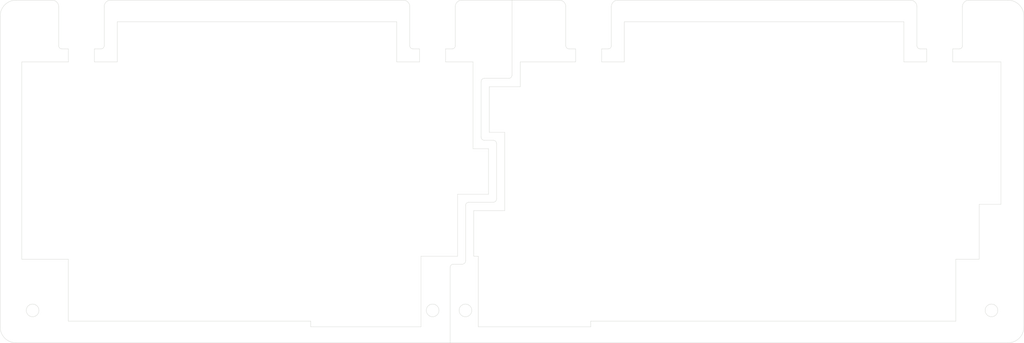
<source format=kicad_pcb>
(kicad_pcb (version 20171130) (host pcbnew "(5.1.4)-1")
  (layers (0 F.Cu signal hide) (31 B.Cu signal hide) (34 B.Paste user hide) (35 F.Paste user hide) (36 B.SilkS user) (37 F.SilkS user hide) (38 B.Mask user hide) (39 F.Mask user hide) (44 Edge.Cuts user hide))
  (net 0 "")
  (gr_arc (start 295 14) (end 296 14) (angle 90) (layer Edge.Cuts) (width 0.1))
  (gr_arc (start 283 14) (end 283 15) (angle 90) (layer Edge.Cuts) (width 0.1))
  (gr_arc (start 187 14) (end 188 14) (angle 90) (layer Edge.Cuts) (width 0.1))
  (gr_arc (start 175 14) (end 175 15) (angle 90) (layer Edge.Cuts) (width 0.1))
  (gr_arc (start 139 14) (end 140 14) (angle 90) (layer Edge.Cuts) (width 0.1))
  (gr_arc (start 127 14) (end 127 15) (angle 90) (layer Edge.Cuts) (width 0.1))
  (gr_arc (start 31 14) (end 32 14) (angle 90) (layer Edge.Cuts) (width 0.1))
  (gr_arc (start 19 14) (end 19 15) (angle 90) (layer Edge.Cuts) (width 0.1))
  (gr_line (start 185 19) (end 192 19) (layer Edge.Cuts) (width 0.1))
  (gr_line (start 295 15) (end 293 15) (layer Edge.Cuts) (width 0.1))
  (gr_line (start 185 15) (end 185 19) (layer Edge.Cuts) (width 0.1))
  (gr_line (start 177 15) (end 177 19) (layer Edge.Cuts) (width 0.1))
  (gr_line (start 188 14) (end 188 2) (layer Edge.Cuts) (width 0.1))
  (gr_arc (start 190 2) (end 190 0) (angle -90) (layer Edge.Cuts) (width 0.1))
  (gr_line (start 174 2) (end 174 14) (layer Edge.Cuts) (width 0.1))
  (gr_line (start 185 15) (end 187 15) (layer Edge.Cuts) (width 0.1))
  (gr_line (start 278 19) (end 285 19) (layer Edge.Cuts) (width 0.1))
  (gr_arc (start 172 2) (end 172 0) (angle 90) (layer Edge.Cuts) (width 0.1))
  (gr_line (start 159.97462 19) (end 177 19) (layer Edge.Cuts) (width 0.1))
  (gr_line (start 175 15) (end 177 15) (layer Edge.Cuts) (width 0.1))
  (gr_line (start 192 19) (end 192 6.67462) (layer Edge.Cuts) (width 0.1))
  (gr_line (start 157.45334 0) (end 172 0) (layer Edge.Cuts) (width 0.1))
  (gr_arc (start 298 2) (end 298 0) (angle -90) (layer Edge.Cuts) (width 0.1))
  (gr_line (start 293 19) (end 307.85106 19) (layer Edge.Cuts) (width 0.1))
  (gr_line (start 296 14) (end 296 2) (layer Edge.Cuts) (width 0.1))
  (gr_line (start 278 6.67462) (end 278 19) (layer Edge.Cuts) (width 0.1))
  (gr_line (start 192 6.67462) (end 278 6.67462) (layer Edge.Cuts) (width 0.1))
  (gr_line (start 285 15) (end 285 19) (layer Edge.Cuts) (width 0.1))
  (gr_line (start 293 15) (end 293 19) (layer Edge.Cuts) (width 0.1))
  (gr_line (start 282 2) (end 282 14) (layer Edge.Cuts) (width 0.1))
  (gr_arc (start 280 2) (end 280 0) (angle 90) (layer Edge.Cuts) (width 0.1))
  (gr_line (start 283 15) (end 285 15) (layer Edge.Cuts) (width 0.1))
  (gr_line (start 190 0) (end 280 0) (layer Edge.Cuts) (width 0.1))
  (gr_line (start 314.9024 100.49986) (end 314.9024 4.9) (layer Edge.Cuts) (width 0.1))
  (gr_curve (pts (xy 306.883161 95.433925) (xy 306.883161 96.51088) (xy 306.010116 97.383925) (xy 304.93316 97.383925)) (layer Edge.Cuts) (width 0.1))
  (gr_line (start 150.44962 40.6727) (end 150.44962 26.62462) (layer Edge.Cuts) (width 0.1))
  (gr_line (start 155.21212 64.72462) (end 155.21212 40.6727) (layer Edge.Cuts) (width 0.1))
  (gr_line (start 298 0) (end 310.0024 0) (layer Edge.Cuts) (width 0.1))
  (gr_line (start 145.68712 64.72462) (end 155.21212 64.72462) (layer Edge.Cuts) (width 0.1))
  (gr_line (start 301.13022 79.6727) (end 293.98774 79.6727) (layer Edge.Cuts) (width 0.1))
  (gr_curve (pts (xy 142.148384 93.745174) (xy 142.751716 93.39684) (xy 143.495053 93.39684) (xy 144.098385 93.745174)) (layer Edge.Cuts) (width 0.1))
  (gr_line (start 301.13022 62.82) (end 301.13022 79.6727) (layer Edge.Cuts) (width 0.1))
  (gr_line (start 159.97462 26.62462) (end 159.97462 19) (layer Edge.Cuts) (width 0.1))
  (gr_curve (pts (xy 141.173383 95.433925) (xy 141.173383 94.737256) (xy 141.545052 94.093508) (xy 142.148384 93.745174)) (layer Edge.Cuts) (width 0.1))
  (gr_line (start 145.68712 78.7727) (end 147.09382 78.7727) (layer Edge.Cuts) (width 0.1))
  (gr_line (start 145.68712 64.72462) (end 145.68712 78.7727) (layer Edge.Cuts) (width 0.1))
  (gr_line (start 150.44962 26.62462) (end 159.97462 26.62462) (layer Edge.Cuts) (width 0.1))
  (gr_arc (start 310.0024 4.9) (end 310.0024 0) (angle 90) (layer Edge.Cuts) (width 0.1))
  (gr_curve (pts (xy 144.098385 97.122675) (xy 143.495053 97.471009) (xy 142.751716 97.471009) (xy 142.148384 97.122675)) (layer Edge.Cuts) (width 0.1))
  (gr_line (start 138.40334 105.39986) (end 310.0024 105.39986) (layer Edge.Cuts) (width 0.1))
  (gr_line (start 147.09382 78.7727) (end 147.09382 100.49986) (layer Edge.Cuts) (width 0.1))
  (gr_curve (pts (xy 145.073386 95.433925) (xy 145.073386 96.130593) (xy 144.701718 96.774341) (xy 144.098385 97.122675)) (layer Edge.Cuts) (width 0.1))
  (gr_curve (pts (xy 144.098385 93.745174) (xy 144.701718 94.093508) (xy 145.073386 94.737256) (xy 145.073386 95.433925)) (layer Edge.Cuts) (width 0.1))
  (gr_curve (pts (xy 142.148384 97.122675) (xy 141.545052 96.774341) (xy 141.173383 96.130593) (xy 141.173383 95.433925)) (layer Edge.Cuts) (width 0.1))
  (gr_curve (pts (xy 305.908161 93.745174) (xy 306.511493 94.093508) (xy 306.883161 94.737256) (xy 306.883161 95.433925)) (layer Edge.Cuts) (width 0.1))
  (gr_curve (pts (xy 304.93316 97.383925) (xy 303.856204 97.383925) (xy 302.983159 96.51088) (xy 302.983159 95.433925)) (layer Edge.Cuts) (width 0.1))
  (gr_line (start 147.09382 100.49986) (end 181.641 100.49986) (layer Edge.Cuts) (width 0.1))
  (gr_line (start 181.641 98.7227) (end 181.641 100.49986) (layer Edge.Cuts) (width 0.1))
  (gr_line (start 181.641 98.7227) (end 293.98774 98.7227) (layer Edge.Cuts) (width 0.1))
  (gr_line (start 293.98774 79.6727) (end 293.98774 98.7227) (layer Edge.Cuts) (width 0.1))
  (gr_line (start 155.21212 40.6727) (end 150.44962 40.6727) (layer Edge.Cuts) (width 0.1))
  (gr_line (start 307.85106 19) (end 307.85106 62.82) (layer Edge.Cuts) (width 0.1))
  (gr_curve (pts (xy 303.958159 93.745174) (xy 304.561492 93.39684) (xy 305.304828 93.39684) (xy 305.908161 93.745174)) (layer Edge.Cuts) (width 0.1))
  (gr_arc (start 310.0024 100.49986) (end 314.9024 100.49986) (angle 90) (layer Edge.Cuts) (width 0.1))
  (gr_line (start 307.85106 62.82) (end 301.13022 62.82) (layer Edge.Cuts) (width 0.1))
  (gr_curve (pts (xy 302.983159 95.433925) (xy 302.983159 94.737256) (xy 303.354827 94.093508) (xy 303.958159 93.745174)) (layer Edge.Cuts) (width 0.1))
  (gr_line (start 16 0) (end 4.9 0) (layer Edge.Cuts) (width 0.1))
  (gr_line (start 124 0) (end 34 0) (layer Edge.Cuts) (width 0.1))
  (gr_line (start 29 15) (end 29 19) (layer Edge.Cuts) (width 0.1))
  (gr_arc (start 34 2) (end 34 0) (angle -90) (layer Edge.Cuts) (width 0.1))
  (gr_line (start 36 19) (end 29 19) (layer Edge.Cuts) (width 0.1))
  (gr_line (start 19 15) (end 21 15) (layer Edge.Cuts) (width 0.1))
  (gr_arc (start 16 2) (end 16 0) (angle 90) (layer Edge.Cuts) (width 0.1))
  (gr_line (start 29 15) (end 31 15) (layer Edge.Cuts) (width 0.1))
  (gr_line (start 21 15) (end 21 19) (layer Edge.Cuts) (width 0.1))
  (gr_line (start 18 2) (end 18 14) (layer Edge.Cuts) (width 0.1))
  (gr_line (start 6.67462 19) (end 21 19) (layer Edge.Cuts) (width 0.1))
  (gr_line (start 32 14) (end 32 2) (layer Edge.Cuts) (width 0.1))
  (gr_arc (start 124 2) (end 124 0) (angle 90) (layer Edge.Cuts) (width 0.1))
  (gr_line (start 126 2) (end 126 14) (layer Edge.Cuts) (width 0.1))
  (gr_line (start 36 6.67462) (end 122 6.67462) (layer Edge.Cuts) (width 0.1))
  (gr_line (start 36 19) (end 36 6.67462) (layer Edge.Cuts) (width 0.1))
  (gr_line (start 137 15) (end 139 15) (layer Edge.Cuts) (width 0.1))
  (gr_line (start 137 15) (end 137 19) (layer Edge.Cuts) (width 0.1))
  (gr_line (start 129 15) (end 129 19) (layer Edge.Cuts) (width 0.1))
  (gr_line (start 137 19) (end 145.45024 19) (layer Edge.Cuts) (width 0.1))
  (gr_line (start 127 15) (end 129 15) (layer Edge.Cuts) (width 0.1))
  (gr_line (start 122 19) (end 129 19) (layer Edge.Cuts) (width 0.1))
  (gr_line (start 122 6.67462) (end 122 19) (layer Edge.Cuts) (width 0.1))
  (gr_arc (start 142 2) (end 142 0) (angle -90) (layer Edge.Cuts) (width 0.1))
  (gr_line (start 140 14) (end 140 2) (layer Edge.Cuts) (width 0.1))
  (gr_arc (start 148.92834 42.10178) (end 148.92834 43.10178) (angle 90) (layer Edge.Cuts) (width 0.1))
  (gr_curve (pts (xy 151.691604 62.155334) (xy 152.243887 62.155333) (xy 152.691601 61.707619) (xy 152.691602 61.155336)) (layer Edge.Cuts) (width 0.1))
  (gr_line (start 148.9291 24.05508) (end 156.45512 24.05508) (layer Edge.Cuts) (width 0.1))
  (gr_line (start 152.69084 61.15432) (end 152.69084 44.10076) (layer Edge.Cuts) (width 0.1))
  (gr_curve (pts (xy 142.166604 81.205334) (xy 142.718887 81.205333) (xy 143.166601 80.757619) (xy 143.166602 80.205336)) (layer Edge.Cuts) (width 0.1))
  (gr_line (start 157.45334 23.05432) (end 157.45334 0) (layer Edge.Cuts) (width 0.1))
  (gr_line (start 139.4041 81.20508) (end 142.16508 81.20508) (layer Edge.Cuts) (width 0.1))
  (gr_line (start 144.16406 62.15508) (end 151.69008 62.15508) (layer Edge.Cuts) (width 0.1))
  (gr_curve (pts (xy 144.1666 62.155334) (xy 143.614317 62.155335) (xy 143.166603 62.603049) (xy 143.166602 63.155332)) (layer Edge.Cuts) (width 0.1))
  (gr_line (start 147.92834 42.10178) (end 147.92834 25.0533) (layer Edge.Cuts) (width 0.1))
  (gr_curve (pts (xy 139.405624 81.205334) (xy 138.853341 81.205335) (xy 138.405626 81.653049) (xy 138.405625 82.205332)) (layer Edge.Cuts) (width 0.1))
  (gr_curve (pts (xy 148.930624 24.055232) (xy 148.378341 24.055234) (xy 147.930627 24.502947) (xy 147.930626 25.05523)) (layer Edge.Cuts) (width 0.1))
  (gr_line (start 143.16584 80.20432) (end 143.16584 63.1533) (layer Edge.Cuts) (width 0.1))
  (gr_line (start 138.40334 105.39986) (end 138.40334 82.2033) (layer Edge.Cuts) (width 0.1))
  (gr_curve (pts (xy 156.455628 24.055232) (xy 157.007911 24.055231) (xy 157.455625 23.607518) (xy 157.455626 23.055234)) (layer Edge.Cuts) (width 0.1))
  (gr_line (start 151.69008 43.10178) (end 148.92834 43.10178) (layer Edge.Cuts) (width 0.1))
  (gr_curve (pts (xy 152.691602 44.102538) (xy 152.691601 43.550255) (xy 152.243887 43.102541) (xy 151.691604 43.10254)) (layer Edge.Cuts) (width 0.1))
  (gr_arc (start 4.9 4.9) (end 4.9 0) (angle -90) (layer Edge.Cuts) (width 0.1))
  (gr_arc (start 4.9 100.49986) (end 0 100.49986) (angle -90) (layer Edge.Cuts) (width 0.1))
  (gr_line (start 142 0) (end 157.45334 0) (layer Edge.Cuts) (width 0.1))
  (gr_line (start 0 4.9) (end 0 100.49986) (layer Edge.Cuts) (width 0.1))
  (gr_line (start 4.9 105.39986) (end 138.40334 105.39986) (layer Edge.Cuts) (width 0.1))
  (gr_curve (pts (xy 9.008406 93.745174) (xy 9.611739 93.39684) (xy 10.355075 93.39684) (xy 10.958408 93.745174)) (layer Edge.Cuts) (width 0.1))
  (gr_curve (pts (xy 11.933408 95.433925) (xy 11.933408 96.130593) (xy 11.56174 96.774341) (xy 10.958408 97.122675)) (layer Edge.Cuts) (width 0.1))
  (gr_curve (pts (xy 10.958408 93.745174) (xy 11.56174 94.093508) (xy 11.933408 94.737256) (xy 11.933408 95.433925)) (layer Edge.Cuts) (width 0.1))
  (gr_curve (pts (xy 9.008406 97.122675) (xy 8.405074 96.774341) (xy 8.033406 96.130593) (xy 8.033406 95.433925)) (layer Edge.Cuts) (width 0.1))
  (gr_curve (pts (xy 8.033406 95.433925) (xy 8.033406 94.737256) (xy 8.405074 94.093508) (xy 9.008406 93.745174)) (layer Edge.Cuts) (width 0.1))
  (gr_curve (pts (xy 10.958408 97.122675) (xy 10.355075 97.471009) (xy 9.611739 97.471009) (xy 9.008406 97.122675)) (layer Edge.Cuts) (width 0.1))
  (gr_curve (pts (xy 134.008321 93.745174) (xy 134.611653 94.093508) (xy 134.983321 94.737256) (xy 134.983321 95.433925)) (layer Edge.Cuts) (width 0.1))
  (gr_curve (pts (xy 134.008321 97.122675) (xy 133.404989 97.471009) (xy 132.661653 97.471009) (xy 132.05832 97.122675)) (layer Edge.Cuts) (width 0.1))
  (gr_curve (pts (xy 134.983321 95.433925) (xy 134.983321 96.130593) (xy 134.611653 96.774341) (xy 134.008321 97.122675)) (layer Edge.Cuts) (width 0.1))
  (gr_curve (pts (xy 132.05832 97.122675) (xy 131.454988 96.774341) (xy 131.08332 96.130593) (xy 131.08332 95.433925)) (layer Edge.Cuts) (width 0.1))
  (gr_curve (pts (xy 131.08332 95.433925) (xy 131.08332 94.737256) (xy 131.454988 94.093508) (xy 132.05832 93.745174)) (layer Edge.Cuts) (width 0.1))
  (gr_curve (pts (xy 132.05832 93.745174) (xy 132.661653 93.39684) (xy 133.404989 93.39684) (xy 134.008321 93.745174)) (layer Edge.Cuts) (width 0.1))
  (gr_line (start 20.96212 98.7227) (end 20.96212 79.6727) (layer Edge.Cuts) (width 0.1))
  (gr_line (start 150.21274 45.67462) (end 145.45024 45.67462) (layer Edge.Cuts) (width 0.1))
  (gr_line (start 129.45094 100.49986) (end 129.45094 78.7727) (layer Edge.Cuts) (width 0.1))
  (gr_line (start 150.21274 59.7227) (end 150.21274 45.67462) (layer Edge.Cuts) (width 0.1))
  (gr_line (start 95.55094 98.7227) (end 95.55094 100.49986) (layer Edge.Cuts) (width 0.1))
  (gr_line (start 95.55094 100.49986) (end 129.45094 100.49986) (layer Edge.Cuts) (width 0.1))
  (gr_line (start 145.45024 45.67462) (end 145.45024 19) (layer Edge.Cuts) (width 0.1))
  (gr_line (start 129.45094 78.7727) (end 140.68774 78.7727) (layer Edge.Cuts) (width 0.1))
  (gr_line (start 6.67462 79.6727) (end 6.67462 19) (layer Edge.Cuts) (width 0.1))
  (gr_line (start 20.96212 79.6727) (end 6.67462 79.6727) (layer Edge.Cuts) (width 0.1))
  (gr_line (start 140.68774 59.7227) (end 150.21274 59.7227) (layer Edge.Cuts) (width 0.1))
  (gr_line (start 140.68774 78.7727) (end 140.68774 59.7227) (layer Edge.Cuts) (width 0.1))
  (gr_line (start 20.96212 98.7227) (end 95.55094 98.7227) (layer Edge.Cuts) (width 0.1))
)
</source>
